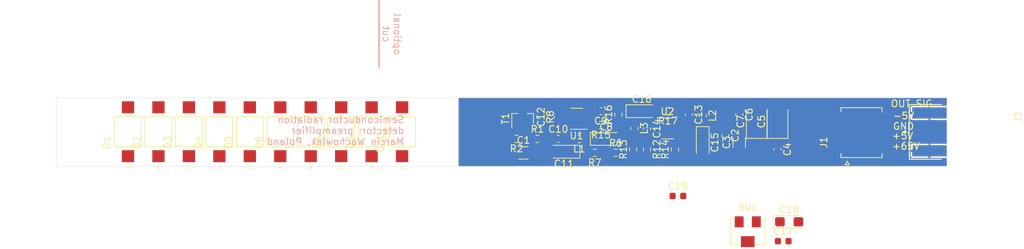
<source format=kicad_pcb>
(kicad_pcb (version 20171130) (host pcbnew 5.1.10-88a1d61d58~88~ubuntu18.04.1)
  (layers (0 Top signal) (31 Bottom signal) (34 B.Paste user hide) (35 F.Paste user hide) (36 B.SilkS user) (37 F.SilkS user) (38 B.Mask user hide) (39 F.Mask user hide) (44 Edge.Cuts user))
  (net 0 "")
  (net 1 GND)
  (net 2 +5V)
  (net 3 -5V)
  (net 4 "Net-(C1-Pad2)")
  (net 5 "Net-(C1-Pad1)")
  (net 6 /+65V)
  (net 7 "Net-(C12-Pad2)")
  (net 8 "Net-(C12-Pad1)")
  (net 9 "Net-(C17-Pad1)")
  (net 10 /LOC+5V)
  (net 11 "Net-(C8-Pad1)")
  (net 12 /LTC6268V+)
  (net 13 /LTC6268V-)
  (net 14 "Net-(R15-Pad2)")
  (net 15 "Net-(R12-Pad2)")
  (net 16 "Net-(R13-Pad1)")
  (net 17 "Net-(C19-Pad2)")
  (net 18 "Net-(C19-Pad1)")
  (module Capacitor_SMD:C_0603_1608Metric (layer Top) (at 174.244 114.427)
    (fp_text reference C19 (at 0 -1.43) (layer F.SilkS))
    (fp_text value 10p/50V)
    (fp_line (start -0.14058 -0.51) (end 0.14058 -0.51) (layer F.SilkS) (width 0.12))
    (fp_line (start -0.14058 0.51) (end 0.14058 0.51) (layer F.SilkS) (width 0.12))
    (pad 2 smd roundrect (at 0.775 0) (size 0.9 0.95) (layers Top F.Paste F.Mask) (net 17 "Net-(C19-Pad2)"))
    (pad 1 smd roundrect (at -0.775 0) (size 0.9 0.95) (layers Top F.Paste F.Mask) (net 18 "Net-(C19-Pad1)"))
  )
  (module Potentiometer_SMD:Potentiometer_Bourns_3224W_Vertical (layer Top) (at 184.431 119.651)
    (fp_text reference RV1 (at 0 -3.5) (layer F.SilkS))
    (fp_text value 10)
    (fp_line (start 2.14 -1.87) (end 2.52 -1.87) (layer F.SilkS) (width 0.12))
    (fp_line (start -2.52 -1.87) (end -2.14 -1.87) (layer F.SilkS) (width 0.12))
    (fp_line (start -0.36 -1.87) (end 0.36 -1.87) (layer F.SilkS) (width 0.12))
    (fp_line (start -2.52 1.87) (end -1.24 1.87) (layer F.SilkS) (width 0.12))
    (fp_line (start 1.24 1.87) (end 2.52 1.87) (layer F.SilkS) (width 0.12))
    (fp_line (start -2.52 -1.87) (end -2.52 1.87) (layer F.SilkS) (width 0.12))
    (fp_line (start 2.52 -1.87) (end 2.52 1.87) (layer F.SilkS) (width 0.12))
    (pad 3 smd rect (at -1.25 -1.45) (size 1.3 1.6) (layers Top F.Paste F.Mask) (net 16 "Net-(R13-Pad1)"))
    (pad 2 smd rect (at 0 1.45) (size 2 1.6) (layers Top F.Paste F.Mask) (net 9 "Net-(C17-Pad1)"))
    (pad 1 smd rect (at 1.25 -1.45) (size 1.3 1.6) (layers Top F.Paste F.Mask) (net 15 "Net-(R12-Pad2)"))
  )
  (module Capacitor_Tantalum_SMD:CP_EIA-3216-18_Kemet-A (layer Top) (at 190.476 118.201)
    (fp_text reference C18 (at 0 -1.75) (layer F.SilkS))
    (fp_text value 4,7u/6V)
    (fp_line (start 1.6 -0.935) (end -2.31 -0.935) (layer F.SilkS) (width 0.12))
    (fp_line (start -2.31 -0.935) (end -2.31 0.935) (layer F.SilkS) (width 0.12))
    (fp_line (start -2.31 0.935) (end 1.6 0.935) (layer F.SilkS) (width 0.12))
    (pad 2 smd roundrect (at 1.35 0) (size 1.4 1.35) (layers Top F.Paste F.Mask) (roundrect_rratio 0.185185) (net 1 GND))
    (pad 1 smd roundrect (at -1.35 0) (size 1.4 1.35) (layers Top F.Paste F.Mask) (roundrect_rratio 0.185185) (net 9 "Net-(C17-Pad1)"))
  )
  (module Capacitor_SMD:C_0603_1608Metric (layer Top) (at 189.611 121.031)
    (fp_text reference C17 (at 0 -1.43) (layer F.SilkS))
    (fp_text value 100n/50V)
    (fp_line (start -0.14058 -0.51) (end 0.14058 -0.51) (layer F.SilkS) (width 0.12))
    (fp_line (start -0.14058 0.51) (end 0.14058 0.51) (layer F.SilkS) (width 0.12))
    (pad 2 smd roundrect (at 0.775 0) (size 0.9 0.95) (layers Top F.Paste F.Mask) (net 1 GND))
    (pad 1 smd roundrect (at -0.775 0) (size 0.9 0.95) (layers Top F.Paste F.Mask) (net 9 "Net-(C17-Pad1)"))
  )
  (module Package_TO_SOT_SMD:TSOT-23-6 (layer Top) (at 172.72 104.521)
    (fp_text reference U2 (at 0 -2.45) (layer F.SilkS))
    (fp_text value LTC6228xS6)
    (fp_line (start -0.88 1.56) (end 0.88 1.56) (layer F.SilkS) (width 0.12))
    (fp_line (start 0.88 -1.51) (end -1.55 -1.51) (layer F.SilkS) (width 0.12))
    (pad 6 smd rect (at 1.31 -0.95) (size 1.22 0.65) (layers Top F.Paste F.Mask) (net 12 /LTC6268V+))
    (pad 5 smd rect (at 1.31 0) (size 1.22 0.65) (layers Top F.Paste F.Mask))
    (pad 4 smd rect (at 1.31 0.95) (size 1.22 0.65) (layers Top F.Paste F.Mask) (net 18 "Net-(C19-Pad1)"))
    (pad 3 smd rect (at -1.31 0.95) (size 1.22 0.65) (layers Top F.Paste F.Mask) (net 14 "Net-(R15-Pad2)"))
    (pad 2 smd rect (at -1.31 0) (size 1.22 0.65) (layers Top F.Paste F.Mask) (net 13 /LTC6268V-))
    (pad 1 smd rect (at -1.31 -0.95) (size 1.22 0.65) (layers Top F.Paste F.Mask) (net 17 "Net-(C19-Pad2)"))
  )
  (module semiconductor_radiation_detector:87437-0443 (layer Top) (at 201.041 105.156 90)
    (fp_text reference J1 (at -1.435 -5.525 90) (layer F.SilkS))
    (fp_text value 874370443)
    (fp_line (start 3.65 3) (end 3.05 3) (layer F.SilkS) (width 0.127))
    (fp_line (start 3.65 -3) (end 3.05 -3) (layer F.SilkS) (width 0.127))
    (fp_line (start -3.05 -3) (end -3.65 -3) (layer F.SilkS) (width 0.127))
    (fp_line (start -3.65 3) (end -3.05 3) (layer F.SilkS) (width 0.127))
    (fp_line (start -4.2 -2.1) (end -4.7 -2.4) (layer F.SilkS) (width 0.127))
    (fp_line (start -4.7 -1.8) (end -4.2 -2.1) (layer F.SilkS) (width 0.127))
    (fp_line (start -4.7 -2.4) (end -4.7 -1.8) (layer F.SilkS) (width 0.127))
    (fp_line (start 3.65 3) (end 3.65 -3) (layer F.SilkS) (width 0.127))
    (fp_line (start -3.65 3) (end -3.65 -3) (layer F.SilkS) (width 0.127))
    (pad 1_1 smd rect (at -2.25 -2.175 90) (size 0.85 2.65) (layers Top F.Paste) (net 6 /+65V))
    (pad 1_2 smd rect (at -2.25 1.725 90) (size 0.85 3.55) (layers Top F.Paste) (net 6 /+65V))
    (pad 2_1 smd rect (at -0.75 -2.175 90) (size 0.85 2.65) (layers Top F.Paste) (net 2 +5V))
    (pad 2_2 smd rect (at -0.75 1.725 90) (size 0.85 3.55) (layers Top F.Paste) (net 2 +5V))
    (pad 3_1 smd rect (at 0.75 -2.175 90) (size 0.85 2.65) (layers Top F.Paste) (net 1 GND))
    (pad 3_2 smd rect (at 0.75 1.725 90) (size 0.85 3.55) (layers Top F.Paste) (net 1 GND))
    (pad 4_1 smd rect (at 2.25 -2.175 90) (size 0.85 2.65) (layers Top F.Paste) (net 3 -5V))
    (pad 4_2 smd rect (at 2.25 1.725 90) (size 0.85 3.55) (layers Top F.Paste) (net 3 -5V))
  )
  (module Inductor_SMD:L_0603_1608Metric (layer Top) (at 167.894 104.521 270)
    (fp_text reference L3 (at 0 -1.43 90) (layer F.SilkS))
    (fp_text value 1u)
    (fp_line (start -0.162779 -0.51) (end 0.162779 -0.51) (layer F.SilkS) (width 0.12))
    (fp_line (start -0.162779 0.51) (end 0.162779 0.51) (layer F.SilkS) (width 0.12))
    (pad 2 smd roundrect (at 0.7875 0 270) (size 0.875 0.95) (layers Top F.Paste F.Mask) (net 3 -5V))
    (pad 1 smd roundrect (at -0.7875 0 270) (size 0.875 0.95) (layers Top F.Paste F.Mask) (net 13 /LTC6268V-))
  )
  (module Inductor_SMD:L_0603_1608Metric (layer Top) (at 177.8635 102.6795 270)
    (fp_text reference L2 (at 0 -1.43 90) (layer F.SilkS))
    (fp_text value 1u)
    (fp_line (start -0.162779 -0.51) (end 0.162779 -0.51) (layer F.SilkS) (width 0.12))
    (fp_line (start -0.162779 0.51) (end 0.162779 0.51) (layer F.SilkS) (width 0.12))
    (pad 2 smd roundrect (at 0.7875 0 270) (size 0.875 0.95) (layers Top F.Paste F.Mask) (net 12 /LTC6268V+))
    (pad 1 smd roundrect (at -0.7875 0 270) (size 0.875 0.95) (layers Top F.Paste F.Mask) (net 2 +5V))
  )
  (module Inductor_SMD:L_0603_1608Metric (layer Top) (at 159.8295 106.1085 180)
    (fp_text reference L1 (at 0 -1.43) (layer F.SilkS))
    (fp_text value 1u)
    (fp_line (start -0.162779 -0.51) (end 0.162779 -0.51) (layer F.SilkS) (width 0.12))
    (fp_line (start -0.162779 0.51) (end 0.162779 0.51) (layer F.SilkS) (width 0.12))
    (pad 2 smd roundrect (at 0.7875 0 180) (size 0.875 0.95) (layers Top F.Paste F.Mask) (net 10 /LOC+5V))
    (pad 1 smd roundrect (at -0.7875 0 180) (size 0.875 0.95) (layers Top F.Paste F.Mask) (net 2 +5V))
  )
  (module Package_TO_SOT_SMD:TSOT-23-6 (layer Top) (at 159.4471 103.1621 180)
    (fp_text reference U1 (at 0 -2.45) (layer F.SilkS))
    (fp_text value LTC6268)
    (fp_line (start -0.88 1.56) (end 0.88 1.56) (layer F.SilkS) (width 0.12))
    (fp_line (start 0.88 -1.51) (end -1.55 -1.51) (layer F.SilkS) (width 0.12))
    (pad 6 smd rect (at 1.31 -0.95 180) (size 1.22 0.65) (layers Top F.Paste F.Mask) (net 10 /LOC+5V))
    (pad 5 smd rect (at 1.31 0 180) (size 1.22 0.65) (layers Top F.Paste F.Mask))
    (pad 4 smd rect (at 1.31 0.95 180) (size 1.22 0.65) (layers Top F.Paste F.Mask) (net 7 "Net-(C12-Pad2)"))
    (pad 3 smd rect (at -1.31 0.95 180) (size 1.22 0.65) (layers Top F.Paste F.Mask) (net 11 "Net-(C8-Pad1)"))
    (pad 2 smd rect (at -1.31 0 180) (size 1.22 0.65) (layers Top F.Paste F.Mask) (net 1 GND))
    (pad 1 smd rect (at -1.31 -0.95 180) (size 1.22 0.65) (layers Top F.Paste F.Mask) (net 8 "Net-(C12-Pad1)"))
  )
  (module Package_TO_SOT_SMD:SOT-23 (layer Top) (at 151.5731 103.124 90)
    (fp_text reference T1 (at 0 -2.5 90) (layer F.SilkS))
    (fp_text value CPH3910)
    (fp_line (start 0.76 1.58) (end 0.76 0.65) (layer F.SilkS) (width 0.12))
    (fp_line (start 0.76 -1.58) (end 0.76 -0.65) (layer F.SilkS) (width 0.12))
    (fp_line (start 0.76 -1.58) (end -1.4 -1.58) (layer F.SilkS) (width 0.12))
    (fp_line (start 0.76 1.58) (end -0.7 1.58) (layer F.SilkS) (width 0.12))
    (pad 3 smd rect (at 1 0 90) (size 0.9 0.8) (layers Top F.Paste F.Mask) (net 7 "Net-(C12-Pad2)"))
    (pad 2 smd rect (at -1 0.95 90) (size 0.9 0.8) (layers Top F.Paste F.Mask) (net 4 "Net-(C1-Pad2)"))
    (pad 1 smd rect (at -1 -0.95 90) (size 0.9 0.8) (layers Top F.Paste F.Mask) (net 10 /LOC+5V))
  )
  (module Resistor_SMD:R_0603_1608Metric (layer Top) (at 172.7821 102.0191 180)
    (fp_text reference R17 (at 0 -1.43) (layer F.SilkS))
    (fp_text value 1k)
    (fp_line (start -0.237258 -0.5225) (end 0.237258 -0.5225) (layer F.SilkS) (width 0.12))
    (fp_line (start -0.237258 0.5225) (end 0.237258 0.5225) (layer F.SilkS) (width 0.12))
    (pad 2 smd roundrect (at 0.825 0 180) (size 0.8 0.95) (layers Top F.Paste F.Mask) (net 18 "Net-(C19-Pad1)"))
    (pad 1 smd roundrect (at -0.825 0 180) (size 0.8 0.95) (layers Top F.Paste F.Mask) (net 17 "Net-(C19-Pad2)"))
  )
  (module Resistor_SMD:R_0603_1608Metric (layer Top) (at 165.5431 102.5271 90)
    (fp_text reference R16 (at 0 -1.43 90) (layer F.SilkS))
    (fp_text value 1k)
    (fp_line (start -0.237258 -0.5225) (end 0.237258 -0.5225) (layer F.SilkS) (width 0.12))
    (fp_line (start -0.237258 0.5225) (end 0.237258 0.5225) (layer F.SilkS) (width 0.12))
    (pad 2 smd roundrect (at 0.825 0 90) (size 0.8 0.95) (layers Top F.Paste F.Mask) (net 1 GND))
    (pad 1 smd roundrect (at -0.825 0 90) (size 0.8 0.95) (layers Top F.Paste F.Mask) (net 14 "Net-(R15-Pad2)"))
  )
  (module Resistor_SMD:R_0603_1608Metric (layer Top) (at 163.0031 104.0511 180)
    (fp_text reference R15 (at 0 -1.43) (layer F.SilkS))
    (fp_text value 100)
    (fp_line (start -0.237258 -0.5225) (end 0.237258 -0.5225) (layer F.SilkS) (width 0.12))
    (fp_line (start -0.237258 0.5225) (end 0.237258 0.5225) (layer F.SilkS) (width 0.12))
    (pad 2 smd roundrect (at 0.825 0 180) (size 0.8 0.95) (layers Top F.Paste F.Mask) (net 14 "Net-(R15-Pad2)"))
    (pad 1 smd roundrect (at -0.825 0 180) (size 0.8 0.95) (layers Top F.Paste F.Mask) (net 8 "Net-(C12-Pad1)"))
  )
  (module Resistor_SMD:R_0603_1608Metric (layer Top) (at 173.7981 107.6071 90)
    (fp_text reference R14 (at 0 -1.43 90) (layer F.SilkS))
    (fp_text value 100)
    (fp_line (start -0.237258 -0.5225) (end 0.237258 -0.5225) (layer F.SilkS) (width 0.12))
    (fp_line (start -0.237258 0.5225) (end 0.237258 0.5225) (layer F.SilkS) (width 0.12))
    (pad 2 smd roundrect (at 0.825 0 90) (size 0.8 0.95) (layers Top F.Paste F.Mask) (net 9 "Net-(C17-Pad1)"))
    (pad 1 smd roundrect (at -0.825 0 90) (size 0.8 0.95) (layers Top F.Paste F.Mask) (net 18 "Net-(C19-Pad1)"))
  )
  (module Resistor_SMD:R_0603_1608Metric (layer Top) (at 167.7021 107.6071 90)
    (fp_text reference R13 (at 0 -1.43 90) (layer F.SilkS))
    (fp_text value 100)
    (fp_line (start -0.237258 -0.5225) (end 0.237258 -0.5225) (layer F.SilkS) (width 0.12))
    (fp_line (start -0.237258 0.5225) (end 0.237258 0.5225) (layer F.SilkS) (width 0.12))
    (pad 2 smd roundrect (at 0.825 0 90) (size 0.8 0.95) (layers Top F.Paste F.Mask) (net 1 GND))
    (pad 1 smd roundrect (at -0.825 0 90) (size 0.8 0.95) (layers Top F.Paste F.Mask) (net 16 "Net-(R13-Pad1)"))
  )
  (module Resistor_SMD:R_0603_1608Metric (layer Top) (at 169.7341 107.6071 270)
    (fp_text reference R12 (at 0 -1.43 90) (layer F.SilkS))
    (fp_text value 100)
    (fp_line (start -0.237258 -0.5225) (end 0.237258 -0.5225) (layer F.SilkS) (width 0.12))
    (fp_line (start -0.237258 0.5225) (end 0.237258 0.5225) (layer F.SilkS) (width 0.12))
    (pad 2 smd roundrect (at 0.825 0 270) (size 0.8 0.95) (layers Top F.Paste F.Mask) (net 15 "Net-(R12-Pad2)"))
    (pad 1 smd roundrect (at -0.825 0 270) (size 0.8 0.95) (layers Top F.Paste F.Mask) (net 2 +5V))
  )
  (module Resistor_SMD:R_0603_1608Metric (layer Top) (at 154.178 102.87 270)
    (fp_text reference R8 (at 0 -1.43 90) (layer F.SilkS))
    (fp_text value 22-47M)
    (fp_line (start -0.237258 -0.5225) (end 0.237258 -0.5225) (layer F.SilkS) (width 0.12))
    (fp_line (start -0.237258 0.5225) (end 0.237258 0.5225) (layer F.SilkS) (width 0.12))
    (pad 2 smd roundrect (at 0.825 0 270) (size 0.8 0.95) (layers Top F.Paste F.Mask) (net 8 "Net-(C12-Pad1)"))
    (pad 1 smd roundrect (at -0.825 0 270) (size 0.8 0.95) (layers Top F.Paste F.Mask) (net 7 "Net-(C12-Pad2)"))
  )
  (module Resistor_SMD:R_0603_1608Metric (layer Top) (at 162.1141 108.1151 180)
    (fp_text reference R7 (at 0 -1.43) (layer F.SilkS))
    (fp_text value 1k)
    (fp_line (start -0.237258 -0.5225) (end 0.237258 -0.5225) (layer F.SilkS) (width 0.12))
    (fp_line (start -0.237258 0.5225) (end 0.237258 0.5225) (layer F.SilkS) (width 0.12))
    (pad 2 smd roundrect (at 0.825 0 180) (size 0.8 0.95) (layers Top F.Paste F.Mask) (net 1 GND))
    (pad 1 smd roundrect (at -0.825 0 180) (size 0.8 0.95) (layers Top F.Paste F.Mask) (net 11 "Net-(C8-Pad1)"))
  )
  (module Resistor_SMD:R_0603_1608Metric (layer Top) (at 165.1621 108.1151)
    (fp_text reference R6 (at 0 -1.43) (layer F.SilkS))
    (fp_text value 1k)
    (fp_line (start -0.237258 -0.5225) (end 0.237258 -0.5225) (layer F.SilkS) (width 0.12))
    (fp_line (start -0.237258 0.5225) (end 0.237258 0.5225) (layer F.SilkS) (width 0.12))
    (pad 2 smd roundrect (at 0.825 0) (size 0.8 0.95) (layers Top F.Paste F.Mask) (net 11 "Net-(C8-Pad1)"))
    (pad 1 smd roundrect (at -0.825 0) (size 0.8 0.95) (layers Top F.Paste F.Mask) (net 2 +5V))
  )
  (module Resistor_SMD:R_0603_1608Metric (layer Top) (at 150.6841 106.0831 180)
    (fp_text reference R2 (at 0 -1.43) (layer F.SilkS))
    (fp_text value 4,7k)
    (fp_line (start -0.237258 -0.5225) (end 0.237258 -0.5225) (layer F.SilkS) (width 0.12))
    (fp_line (start -0.237258 0.5225) (end 0.237258 0.5225) (layer F.SilkS) (width 0.12))
    (pad 2 smd roundrect (at 0.825 0 180) (size 0.8 0.95) (layers Top F.Paste F.Mask))
    (pad 1 smd roundrect (at -0.825 0 180) (size 0.8 0.95) (layers Top F.Paste F.Mask) (net 5 "Net-(C1-Pad1)"))
  )
  (module semiconductor_radiation_detector:CON-SMA-EDGE-S (layer Top) (at 218.2114 105.0544 270)
    (fp_text reference J2 (at -3.15 -5.71 90) (layer F.SilkS) (effects (justify right)))
    (fp_text value CON-SMA-EDGE-S hide)
    (fp_circle (center 0 10.835) (end 0.125 10.835) (layer F.SilkS) (width 0.25))
    (fp_line (start -4 5.5) (end -4 10.2) (layer F.SilkS) (width 0.15))
    (fp_line (start -4 10.2) (end 4 10.2) (layer F.SilkS) (width 0.15))
    (fp_line (start 4 5.5) (end 4 10.2) (layer F.SilkS) (width 0.15))
    (pad 1 smd rect (at 0 7.26 270) (size 1.2 5) (layers Top F.Paste F.Mask) (net 17 "Net-(C19-Pad2)"))
    (pad 2 smd rect (at -2.77 7.26 270) (size 1.6 5) (layers Top F.Paste F.Mask) (net 1 GND))
    (pad 2 smd rect (at 2.77 7.26 270) (size 1.6 5) (layers Top F.Paste F.Mask) (net 1 GND))
    (pad 2 smd rect (at -2.77 7.26 270) (size 1.6 5) (layers Bottom B.Paste B.Mask) (net 1 GND))
    (pad 2 smd rect (at 2.77 7.26 270) (size 1.6 5) (layers Bottom B.Paste B.Mask) (net 1 GND))
  )
  (module semiconductor_radiation_detector:XDCR_VBPW34S (layer Top) (at 133.985 105.029 90)
    (fp_text reference D10 (at -1.575 -3.135 90) (layer F.SilkS))
    (fp_text value VBPW34S)
    (fp_line (start -2.2 -1.95) (end -2.2 1.95) (layer F.SilkS) (width 0.127))
    (fp_line (start -2.2 1.95) (end 2.2 1.95) (layer F.SilkS) (width 0.127))
    (fp_line (start 2.2 1.95) (end 2.2 -1.95) (layer F.SilkS) (width 0.127))
    (fp_line (start 2.2 -1.95) (end -2.2 -1.95) (layer F.SilkS) (width 0.127))
    (fp_circle (center -5.25 0) (end -5.15 0) (layer F.SilkS) (width 0.2))
    (pad K smd rect (at -3.575 0 90) (size 1.75 1.8) (layers Top F.Paste F.Mask) (net 5 "Net-(C1-Pad1)"))
    (pad A smd rect (at 3.575 0 90) (size 1.75 1.8) (layers Top F.Paste F.Mask) (net 7 "Net-(C12-Pad2)"))
  )
  (module semiconductor_radiation_detector:XDCR_VBPW34S (layer Top) (at 129.54 105.029 90)
    (fp_text reference D9 (at -1.575 -3.135 90) (layer F.SilkS))
    (fp_text value VBPW34S)
    (fp_line (start -2.2 -1.95) (end -2.2 1.95) (layer F.SilkS) (width 0.127))
    (fp_line (start -2.2 1.95) (end 2.2 1.95) (layer F.SilkS) (width 0.127))
    (fp_line (start 2.2 1.95) (end 2.2 -1.95) (layer F.SilkS) (width 0.127))
    (fp_line (start 2.2 -1.95) (end -2.2 -1.95) (layer F.SilkS) (width 0.127))
    (fp_circle (center -5.25 0) (end -5.15 0) (layer F.SilkS) (width 0.2))
    (pad K smd rect (at -3.575 0 90) (size 1.75 1.8) (layers Top F.Paste F.Mask) (net 5 "Net-(C1-Pad1)"))
    (pad A smd rect (at 3.575 0 90) (size 1.75 1.8) (layers Top F.Paste F.Mask) (net 7 "Net-(C12-Pad2)"))
  )
  (module semiconductor_radiation_detector:XDCR_VBPW34S (layer Top) (at 125.095 105.029 90)
    (fp_text reference D8 (at -1.575 -3.135 90) (layer F.SilkS))
    (fp_text value VBPW34S)
    (fp_line (start -2.2 -1.95) (end -2.2 1.95) (layer F.SilkS) (width 0.127))
    (fp_line (start -2.2 1.95) (end 2.2 1.95) (layer F.SilkS) (width 0.127))
    (fp_line (start 2.2 1.95) (end 2.2 -1.95) (layer F.SilkS) (width 0.127))
    (fp_line (start 2.2 -1.95) (end -2.2 -1.95) (layer F.SilkS) (width 0.127))
    (fp_circle (center -5.25 0) (end -5.15 0) (layer F.SilkS) (width 0.2))
    (pad K smd rect (at -3.575 0 90) (size 1.75 1.8) (layers Top F.Paste F.Mask) (net 5 "Net-(C1-Pad1)"))
    (pad A smd rect (at 3.575 0 90) (size 1.75 1.8) (layers Top F.Paste F.Mask) (net 7 "Net-(C12-Pad2)"))
  )
  (module semiconductor_radiation_detector:XDCR_VBPW34S (layer Top) (at 120.65 105.029 90)
    (fp_text reference D7 (at -1.575 -3.135 90) (layer F.SilkS))
    (fp_text value VBPW34S)
    (fp_line (start -2.2 -1.95) (end -2.2 1.95) (layer F.SilkS) (width 0.127))
    (fp_line (start -2.2 1.95) (end 2.2 1.95) (layer F.SilkS) (width 0.127))
    (fp_line (start 2.2 1.95) (end 2.2 -1.95) (layer F.SilkS) (width 0.127))
    (fp_line (start 2.2 -1.95) (end -2.2 -1.95) (layer F.SilkS) (width 0.127))
    (fp_circle (center -5.25 0) (end -5.15 0) (layer F.SilkS) (width 0.2))
    (pad K smd rect (at -3.575 0 90) (size 1.75 1.8) (layers Top F.Paste F.Mask) (net 5 "Net-(C1-Pad1)"))
    (pad A smd rect (at 3.575 0 90) (size 1.75 1.8) (layers Top F.Paste F.Mask) (net 7 "Net-(C12-Pad2)"))
  )
  (module semiconductor_radiation_detector:XDCR_VBPW34S (layer Top) (at 116.205 105.029 90)
    (fp_text reference D6 (at -1.575 -3.135 90) (layer F.SilkS))
    (fp_text value VBPW34S)
    (fp_line (start -2.2 -1.95) (end -2.2 1.95) (layer F.SilkS) (width 0.127))
    (fp_line (start -2.2 1.95) (end 2.2 1.95) (layer F.SilkS) (width 0.127))
    (fp_line (start 2.2 1.95) (end 2.2 -1.95) (layer F.SilkS) (width 0.127))
    (fp_line (start 2.2 -1.95) (end -2.2 -1.95) (layer F.SilkS) (width 0.127))
    (fp_circle (center -5.25 0) (end -5.15 0) (layer F.SilkS) (width 0.2))
    (pad K smd rect (at -3.575 0 90) (size 1.75 1.8) (layers Top F.Paste F.Mask) (net 5 "Net-(C1-Pad1)"))
    (pad A smd rect (at 3.575 0 90) (size 1.75 1.8) (layers Top F.Paste F.Mask) (net 7 "Net-(C12-Pad2)"))
  )
  (module semiconductor_radiation_detector:XDCR_VBPW34S (layer Top) (at 111.76 105.029 90)
    (fp_text reference D5 (at -1.575 -3.135 90) (layer F.SilkS))
    (fp_text value VBPW34S)
    (fp_line (start -2.2 -1.95) (end -2.2 1.95) (layer F.SilkS) (width 0.127))
    (fp_line (start -2.2 1.95) (end 2.2 1.95) (layer F.SilkS) (width 0.127))
    (fp_line (start 2.2 1.95) (end 2.2 -1.95) (layer F.SilkS) (width 0.127))
    (fp_line (start 2.2 -1.95) (end -2.2 -1.95) (layer F.SilkS) (width 0.127))
    (fp_circle (center -5.25 0) (end -5.15 0) (layer F.SilkS) (width 0.2))
    (pad K smd rect (at -3.575 0 90) (size 1.75 1.8) (layers Top F.Paste F.Mask) (net 5 "Net-(C1-Pad1)"))
    (pad A smd rect (at 3.575 0 90) (size 1.75 1.8) (layers Top F.Paste F.Mask) (net 7 "Net-(C12-Pad2)"))
  )
  (module semiconductor_radiation_detector:XDCR_VBPW34S (layer Top) (at 107.315 105.029 90)
    (fp_text reference D4 (at -1.575 -3.135 90) (layer F.SilkS))
    (fp_text value VBPW34S)
    (fp_line (start -2.2 -1.95) (end -2.2 1.95) (layer F.SilkS) (width 0.127))
    (fp_line (start -2.2 1.95) (end 2.2 1.95) (layer F.SilkS) (width 0.127))
    (fp_line (start 2.2 1.95) (end 2.2 -1.95) (layer F.SilkS) (width 0.127))
    (fp_line (start 2.2 -1.95) (end -2.2 -1.95) (layer F.SilkS) (width 0.127))
    (fp_circle (center -5.25 0) (end -5.15 0) (layer F.SilkS) (width 0.2))
    (pad K smd rect (at -3.575 0 90) (size 1.75 1.8) (layers Top F.Paste F.Mask) (net 5 "Net-(C1-Pad1)"))
    (pad A smd rect (at 3.575 0 90) (size 1.75 1.8) (layers Top F.Paste F.Mask) (net 7 "Net-(C12-Pad2)"))
  )
  (module semiconductor_radiation_detector:XDCR_VBPW34S (layer Top) (at 102.87 105.029 90)
    (fp_text reference D3 (at -1.575 -3.135 90) (layer F.SilkS))
    (fp_text value VBPW34S)
    (fp_line (start -2.2 -1.95) (end -2.2 1.95) (layer F.SilkS) (width 0.127))
    (fp_line (start -2.2 1.95) (end 2.2 1.95) (layer F.SilkS) (width 0.127))
    (fp_line (start 2.2 1.95) (end 2.2 -1.95) (layer F.SilkS) (width 0.127))
    (fp_line (start 2.2 -1.95) (end -2.2 -1.95) (layer F.SilkS) (width 0.127))
    (fp_circle (center -5.25 0) (end -5.15 0) (layer F.SilkS) (width 0.2))
    (pad K smd rect (at -3.575 0 90) (size 1.75 1.8) (layers Top F.Paste F.Mask) (net 5 "Net-(C1-Pad1)"))
    (pad A smd rect (at 3.575 0 90) (size 1.75 1.8) (layers Top F.Paste F.Mask) (net 7 "Net-(C12-Pad2)"))
  )
  (module semiconductor_radiation_detector:XDCR_VBPW34S (layer Top) (at 98.425 105.029 90)
    (fp_text reference D2 (at -1.575 -3.135 90) (layer F.SilkS))
    (fp_text value VBPW34S)
    (fp_line (start -2.2 -1.95) (end -2.2 1.95) (layer F.SilkS) (width 0.127))
    (fp_line (start -2.2 1.95) (end 2.2 1.95) (layer F.SilkS) (width 0.127))
    (fp_line (start 2.2 1.95) (end 2.2 -1.95) (layer F.SilkS) (width 0.127))
    (fp_line (start 2.2 -1.95) (end -2.2 -1.95) (layer F.SilkS) (width 0.127))
    (fp_circle (center -5.25 0) (end -5.15 0) (layer F.SilkS) (width 0.2))
    (pad K smd rect (at -3.575 0 90) (size 1.75 1.8) (layers Top F.Paste F.Mask) (net 5 "Net-(C1-Pad1)"))
    (pad A smd rect (at 3.575 0 90) (size 1.75 1.8) (layers Top F.Paste F.Mask) (net 7 "Net-(C12-Pad2)"))
  )
  (module semiconductor_radiation_detector:XDCR_VBPW34S (layer Top) (at 93.98 105.029 90)
    (fp_text reference D1 (at -1.575 -3.135 90) (layer F.SilkS))
    (fp_text value VBPW34S)
    (fp_line (start -2.2 -1.95) (end -2.2 1.95) (layer F.SilkS) (width 0.127))
    (fp_line (start -2.2 1.95) (end 2.2 1.95) (layer F.SilkS) (width 0.127))
    (fp_line (start 2.2 1.95) (end 2.2 -1.95) (layer F.SilkS) (width 0.127))
    (fp_line (start 2.2 -1.95) (end -2.2 -1.95) (layer F.SilkS) (width 0.127))
    (fp_circle (center -5.25 0) (end -5.15 0) (layer F.SilkS) (width 0.2))
    (pad K smd rect (at -3.575 0 90) (size 1.75 1.8) (layers Top F.Paste F.Mask) (net 5 "Net-(C1-Pad1)"))
    (pad A smd rect (at 3.575 0 90) (size 1.75 1.8) (layers Top F.Paste F.Mask) (net 7 "Net-(C12-Pad2)"))
  )
  (module Capacitor_Tantalum_SMD:CP_EIA-3216-18_Kemet-A (layer Top) (at 168.9721 102.0191)
    (fp_text reference C16 (at 0 -1.75) (layer F.SilkS))
    (fp_text value 4,7u/6V)
    (fp_line (start 1.6 -0.935) (end -2.31 -0.935) (layer F.SilkS) (width 0.12))
    (fp_line (start -2.31 -0.935) (end -2.31 0.935) (layer F.SilkS) (width 0.12))
    (fp_line (start -2.31 0.935) (end 1.6 0.935) (layer F.SilkS) (width 0.12))
    (pad 2 smd roundrect (at 1.35 0) (size 1.4 1.35) (layers Top F.Paste F.Mask) (roundrect_rratio 0.185185) (net 13 /LTC6268V-))
    (pad 1 smd roundrect (at -1.35 0) (size 1.4 1.35) (layers Top F.Paste F.Mask) (roundrect_rratio 0.185185) (net 1 GND))
  )
  (module Capacitor_Tantalum_SMD:CP_EIA-3216-18_Kemet-A (layer Top) (at 177.8621 106.5911 270)
    (fp_text reference C15 (at 0 -1.75 90) (layer F.SilkS))
    (fp_text value 4,7u/6V)
    (fp_line (start 1.6 -0.935) (end -2.31 -0.935) (layer F.SilkS) (width 0.12))
    (fp_line (start -2.31 -0.935) (end -2.31 0.935) (layer F.SilkS) (width 0.12))
    (fp_line (start -2.31 0.935) (end 1.6 0.935) (layer F.SilkS) (width 0.12))
    (pad 2 smd roundrect (at 1.35 0 270) (size 1.4 1.35) (layers Top F.Paste F.Mask) (roundrect_rratio 0.185185) (net 1 GND))
    (pad 1 smd roundrect (at -1.35 0 270) (size 1.4 1.35) (layers Top F.Paste F.Mask) (roundrect_rratio 0.185185) (net 12 /LTC6268V+))
  )
  (module Capacitor_SMD:C_0603_1608Metric (layer Top) (at 169.7341 104.5591 270)
    (fp_text reference C14 (at 0 -1.43 90) (layer F.SilkS))
    (fp_text value 100n/50V)
    (fp_line (start -0.14058 -0.51) (end 0.14058 -0.51) (layer F.SilkS) (width 0.12))
    (fp_line (start -0.14058 0.51) (end 0.14058 0.51) (layer F.SilkS) (width 0.12))
    (pad 2 smd roundrect (at 0.775 0 270) (size 0.9 0.95) (layers Top F.Paste F.Mask) (net 1 GND))
    (pad 1 smd roundrect (at -0.775 0 270) (size 0.9 0.95) (layers Top F.Paste F.Mask) (net 13 /LTC6268V-))
  )
  (module Capacitor_SMD:C_0603_1608Metric (layer Top) (at 175.8301 102.5271 270)
    (fp_text reference C13 (at 0 -1.43 90) (layer F.SilkS))
    (fp_text value 100n/50V)
    (fp_line (start -0.14058 -0.51) (end 0.14058 -0.51) (layer F.SilkS) (width 0.12))
    (fp_line (start -0.14058 0.51) (end 0.14058 0.51) (layer F.SilkS) (width 0.12))
    (pad 2 smd roundrect (at 0.775 0 270) (size 0.9 0.95) (layers Top F.Paste F.Mask) (net 12 /LTC6268V+))
    (pad 1 smd roundrect (at -0.775 0 270) (size 0.9 0.95) (layers Top F.Paste F.Mask) (net 1 GND))
  )
  (module Capacitor_SMD:C_0603_1608Metric (layer Top) (at 155.702 102.87 90)
    (fp_text reference C12 (at 0 -1.43 90) (layer F.SilkS))
    (fp_text value 0,47p/50V)
    (fp_line (start -0.14058 -0.51) (end 0.14058 -0.51) (layer F.SilkS) (width 0.12))
    (fp_line (start -0.14058 0.51) (end 0.14058 0.51) (layer F.SilkS) (width 0.12))
    (pad 2 smd roundrect (at 0.775 0 90) (size 0.9 0.95) (layers Top F.Paste F.Mask) (net 7 "Net-(C12-Pad2)"))
    (pad 1 smd roundrect (at -0.775 0 90) (size 0.9 0.95) (layers Top F.Paste F.Mask) (net 8 "Net-(C12-Pad1)"))
  )
  (module Capacitor_Tantalum_SMD:CP_EIA-3216-18_Kemet-A (layer Top) (at 157.607 107.95 180)
    (fp_text reference C11 (at 0 -1.75) (layer F.SilkS))
    (fp_text value 4,7u/6V)
    (fp_line (start 1.6 -0.935) (end -2.31 -0.935) (layer F.SilkS) (width 0.12))
    (fp_line (start -2.31 -0.935) (end -2.31 0.935) (layer F.SilkS) (width 0.12))
    (fp_line (start -2.31 0.935) (end 1.6 0.935) (layer F.SilkS) (width 0.12))
    (pad 2 smd roundrect (at 1.35 0 180) (size 1.4 1.35) (layers Top F.Paste F.Mask) (roundrect_rratio 0.185185) (net 1 GND))
    (pad 1 smd roundrect (at -1.35 0 180) (size 1.4 1.35) (layers Top F.Paste F.Mask) (roundrect_rratio 0.185185) (net 10 /LOC+5V))
  )
  (module Capacitor_SMD:C_0603_1608Metric (layer Top) (at 156.7801 106.0831)
    (fp_text reference C10 (at 0 -1.43) (layer F.SilkS))
    (fp_text value 100n/50V)
    (fp_line (start -0.14058 -0.51) (end 0.14058 -0.51) (layer F.SilkS) (width 0.12))
    (fp_line (start -0.14058 0.51) (end 0.14058 0.51) (layer F.SilkS) (width 0.12))
    (pad 2 smd roundrect (at 0.775 0) (size 0.9 0.95) (layers Top F.Paste F.Mask) (net 10 /LOC+5V))
    (pad 1 smd roundrect (at -0.775 0) (size 0.9 0.95) (layers Top F.Paste F.Mask) (net 1 GND))
  )
  (module Capacitor_SMD:C_0603_1608Metric (layer Top) (at 163.0031 102.0191 180)
    (fp_text reference C9 (at 0 -1.43) (layer F.SilkS))
    (fp_text value 100n/50V)
    (fp_line (start -0.14058 -0.51) (end 0.14058 -0.51) (layer F.SilkS) (width 0.12))
    (fp_line (start -0.14058 0.51) (end 0.14058 0.51) (layer F.SilkS) (width 0.12))
    (pad 2 smd roundrect (at 0.775 0 180) (size 0.9 0.95) (layers Top F.Paste F.Mask) (net 11 "Net-(C8-Pad1)"))
    (pad 1 smd roundrect (at -0.775 0 180) (size 0.9 0.95) (layers Top F.Paste F.Mask) (net 1 GND))
  )
  (module Capacitor_Tantalum_SMD:CP_EIA-3216-18_Kemet-A (layer Top) (at 163.7651 106.0831)
    (fp_text reference C8 (at 0 -1.75) (layer F.SilkS))
    (fp_text value 4,7u/6V)
    (fp_line (start 1.6 -0.935) (end -2.31 -0.935) (layer F.SilkS) (width 0.12))
    (fp_line (start -2.31 -0.935) (end -2.31 0.935) (layer F.SilkS) (width 0.12))
    (fp_line (start -2.31 0.935) (end 1.6 0.935) (layer F.SilkS) (width 0.12))
    (pad 2 smd roundrect (at 1.35 0) (size 1.4 1.35) (layers Top F.Paste F.Mask) (roundrect_rratio 0.185185) (net 1 GND))
    (pad 1 smd roundrect (at -1.35 0) (size 1.4 1.35) (layers Top F.Paste F.Mask) (roundrect_rratio 0.185185) (net 11 "Net-(C8-Pad1)"))
  )
  (module Capacitor_Tantalum_SMD:CP_EIA-3528-21_Kemet-B (layer Top) (at 185.7361 103.5431 90)
    (fp_text reference C7 (at 0 -2.35 90) (layer F.SilkS))
    (fp_text value 47u/6V)
    (fp_line (start 1.75 -1.51) (end -2.46 -1.51) (layer F.SilkS) (width 0.12))
    (fp_line (start -2.46 -1.51) (end -2.46 1.51) (layer F.SilkS) (width 0.12))
    (fp_line (start -2.46 1.51) (end 1.75 1.51) (layer F.SilkS) (width 0.12))
    (pad 2 smd roundrect (at 1.5375 0 90) (size 1.325 2.35) (layers Top F.Paste F.Mask) (roundrect_rratio 0.188679) (net 3 -5V))
    (pad 1 smd roundrect (at -1.5375 0 90) (size 1.325 2.35) (layers Top F.Paste F.Mask) (roundrect_rratio 0.188679) (net 1 GND))
  )
  (module Capacitor_SMD:C_0603_1608Metric (layer Top) (at 183.1961 102.5271 270)
    (fp_text reference C6 (at 0 -1.43 90) (layer F.SilkS))
    (fp_text value 100n/50V)
    (fp_line (start -0.14058 -0.51) (end 0.14058 -0.51) (layer F.SilkS) (width 0.12))
    (fp_line (start -0.14058 0.51) (end 0.14058 0.51) (layer F.SilkS) (width 0.12))
    (pad 2 smd roundrect (at 0.775 0 270) (size 0.9 0.95) (layers Top F.Paste F.Mask) (net 1 GND))
    (pad 1 smd roundrect (at -0.775 0 270) (size 0.9 0.95) (layers Top F.Paste F.Mask) (net 3 -5V))
  )
  (module Capacitor_Tantalum_SMD:CP_EIA-3528-21_Kemet-B (layer Top) (at 188.7841 103.5431 90)
    (fp_text reference C5 (at 0 -2.35 90) (layer F.SilkS))
    (fp_text value 47u/6V)
    (fp_line (start 1.75 -1.51) (end -2.46 -1.51) (layer F.SilkS) (width 0.12))
    (fp_line (start -2.46 -1.51) (end -2.46 1.51) (layer F.SilkS) (width 0.12))
    (fp_line (start -2.46 1.51) (end 1.75 1.51) (layer F.SilkS) (width 0.12))
    (pad 2 smd roundrect (at 1.5375 0 90) (size 1.325 2.35) (layers Top F.Paste F.Mask) (roundrect_rratio 0.188679) (net 1 GND))
    (pad 1 smd roundrect (at -1.5375 0 90) (size 1.325 2.35) (layers Top F.Paste F.Mask) (roundrect_rratio 0.188679) (net 2 +5V))
  )
  (module Capacitor_SMD:C_0603_1608Metric (layer Top) (at 188.7841 107.6071 270)
    (fp_text reference C4 (at 0 -1.43 90) (layer F.SilkS))
    (fp_text value 100n/50V)
    (fp_line (start -0.14058 -0.51) (end 0.14058 -0.51) (layer F.SilkS) (width 0.12))
    (fp_line (start -0.14058 0.51) (end 0.14058 0.51) (layer F.SilkS) (width 0.12))
    (pad 2 smd roundrect (at 0.775 0 270) (size 0.9 0.95) (layers Top F.Paste F.Mask) (net 2 +5V))
    (pad 1 smd roundrect (at -0.775 0 270) (size 0.9 0.95) (layers Top F.Paste F.Mask) (net 1 GND))
  )
  (module Capacitor_SMD:C_1206_3216Metric (layer Top) (at 183.1961 106.5911 90)
    (fp_text reference C3 (at 0 -1.85 90) (layer F.SilkS))
    (fp_text value 4,7u/50V)
    (fp_line (start -0.711252 -0.91) (end 0.711252 -0.91) (layer F.SilkS) (width 0.12))
    (fp_line (start -0.711252 0.91) (end 0.711252 0.91) (layer F.SilkS) (width 0.12))
    (pad 2 smd roundrect (at 1.475 0 90) (size 1.15 1.8) (layers Top F.Paste F.Mask) (roundrect_rratio 0.217391) (net 1 GND))
    (pad 1 smd roundrect (at -1.475 0 90) (size 1.15 1.8) (layers Top F.Paste F.Mask) (roundrect_rratio 0.217391) (net 6 /+65V))
  )
  (module Capacitor_SMD:C_0603_1608Metric (layer Top) (at 181.1641 105.5751 270)
    (fp_text reference C2 (at 0 -1.43 90) (layer F.SilkS))
    (fp_text value 1n/100V)
    (fp_line (start -0.14058 -0.51) (end 0.14058 -0.51) (layer F.SilkS) (width 0.12))
    (fp_line (start -0.14058 0.51) (end 0.14058 0.51) (layer F.SilkS) (width 0.12))
    (pad 2 smd roundrect (at 0.775 0 270) (size 0.9 0.95) (layers Top F.Paste F.Mask) (net 6 /+65V))
    (pad 1 smd roundrect (at -0.775 0 270) (size 0.9 0.95) (layers Top F.Paste F.Mask) (net 1 GND))
  )
  (module Capacitor_SMD:C_1206_3216Metric (layer Top) (at 151.7001 108.1151)
    (fp_text reference C1 (at 0 -1.85) (layer F.SilkS))
    (fp_text value 4,7u/63V)
    (fp_line (start -0.711252 -0.91) (end 0.711252 -0.91) (layer F.SilkS) (width 0.12))
    (fp_line (start -0.711252 0.91) (end 0.711252 0.91) (layer F.SilkS) (width 0.12))
    (pad 2 smd roundrect (at 1.475 0) (size 1.15 1.8) (layers Top F.Paste F.Mask) (roundrect_rratio 0.217391) (net 4 "Net-(C1-Pad2)"))
    (pad 1 smd roundrect (at -1.475 0) (size 1.15 1.8) (layers Top F.Paste F.Mask) (roundrect_rratio 0.217391) (net 5 "Net-(C1-Pad1)"))
  )
  (module Resistor_SMD:R_0603_1608Metric (layer Top) (at 153.7321 106.0831)
    (fp_text reference R1 (at 0 -1.43) (layer F.SilkS))
    (fp_text value 4,7k)
    (fp_line (start -0.237258 0.5225) (end 0.237258 0.5225) (layer F.SilkS) (width 0.12))
    (fp_line (start -0.237258 -0.5225) (end 0.237258 -0.5225) (layer F.SilkS) (width 0.12))
    (pad 2 smd roundrect (at 0.825 0) (size 0.8 0.95) (layers Top F.Paste F.Mask) (net 3 -5V))
    (pad 1 smd roundrect (at -0.825 0) (size 0.8 0.95) (layers Top F.Paste F.Mask) (net 4 "Net-(C1-Pad2)"))
  )
  (gr_line (start 83.5011 110.0731) (end 213.5011 110.0731) (layer Edge.Cuts) (width 0.05))
  (gr_line (start 213.5011 110.0731) (end 213.5011 100.0711) (layer Edge.Cuts) (width 0.05))
  (gr_line (start 213.5011 100.0711) (end 83.5011 100.0711) (layer Edge.Cuts) (width 0.05))
  (gr_line (start 83.5011 100.0711) (end 83.5011 110.0731) (layer Edge.Cuts) (width 0.05))
  (gr_text +5V (at 205.4211 106.2101) (layer F.SilkS) (effects (font (size 1 1)) (justify left bottom)))
  (gr_text -5V (at 205.5481 103.2891) (layer F.SilkS) (effects (font (size 1 1)) (justify left bottom)))
  (gr_text +65V (at 205.4211 107.7341) (layer F.SilkS) (effects (font (size 1 1)) (justify left bottom)))
  (gr_text GND (at 205.5481 104.8131) (layer F.SilkS) (effects (font (size 1 1)) (justify left bottom)))
  (gr_text "OUT SIG" (at 205.2306 101.5111) (layer F.SilkS) (effects (font (size 1 1)) (justify left bottom)))
  (gr_line (start 130.6181 85.8901) (end 130.6181 95.5421) (layer B.SilkS) (width 0.254))
  (gr_text "Semiconductor radiation \ndetector: preamplifier\nMarcin Wachowiak, Poland" (at 134.366 107.061) (layer B.SilkS) (effects (font (size 1 1)) (justify left bottom mirror)))
  (gr_text "optional\ncut" (at 133.858 90.7415 -90) (layer B.SilkS) (effects (font (size 1 1)) (justify top mirror)))
  (zone (net 1) (net_name GND) (layer Bottom) (priority 6) (connect_pads (clearance 0.000001)) (min_thickness 0.1016) (fill yes (arc_segments 32) (thermal_gap 0.2532) (thermal_bridge_width 0.2532))
    (polygon (pts (xy 213.8287 110.1747) (xy 83.3995 110.1747) (xy 83.3995 99.9695) (xy 213.8287 99.9695)))
  )
  (zone (net 1) (net_name GND) (layer Top) (priority 6) (connect_pads (clearance 0.000001)) (min_thickness 0.1016) (fill yes (arc_segments 32) (thermal_gap 0.2532) (thermal_bridge_width 0.2532))
    (polygon (pts (xy 213.7017 110.1747) (xy 83.3995 110.1747) (xy 83.3995 99.9695) (xy 213.7017 99.9695)))
  )
  (zone (net 0) (net_name "") (layer Top) (connect_pads (clearance 0.000001)) (min_thickness 0.127)
    (keepout (tracks allowed) (vias allowed) (copperpour not_allowed))
    (fill (arc_segments 32) (thermal_gap 0.304) (thermal_bridge_width 0.304))
    (polygon (pts (xy 142.24 105.402314) (xy 142.24 105.403538) (xy 142.24 112.274462) (xy 82.7391 112.3061) (xy 82.7391 98.5901) (xy 142.24 98.559686)))
  )
  (zone (net 0) (net_name "") (layer Bottom) (connect_pads (clearance 0.000001)) (min_thickness 0.127)
    (keepout (tracks allowed) (vias allowed) (copperpour not_allowed))
    (fill (arc_segments 32) (thermal_gap 0.304) (thermal_bridge_width 0.304))
    (polygon (pts (xy 142.24 105.462904) (xy 142.24 105.474572) (xy 142.24 112.279628) (xy 81.5961 112.3061) (xy 81.5961 98.5901) (xy 142.24 98.575297)))
  )
)
</source>
